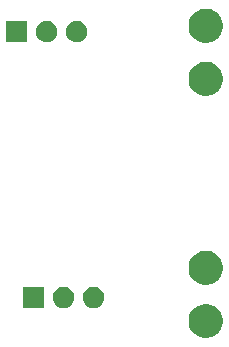
<source format=gbr>
G04 #@! TF.GenerationSoftware,KiCad,Pcbnew,(5.1.5-0-10_14)*
G04 #@! TF.CreationDate,2021-06-02T09:33:46-04:00*
G04 #@! TF.ProjectId,ESLO_RB2_Programmer,45534c4f-5f52-4423-925f-50726f677261,rev?*
G04 #@! TF.SameCoordinates,Original*
G04 #@! TF.FileFunction,Soldermask,Bot*
G04 #@! TF.FilePolarity,Negative*
%FSLAX46Y46*%
G04 Gerber Fmt 4.6, Leading zero omitted, Abs format (unit mm)*
G04 Created by KiCad (PCBNEW (5.1.5-0-10_14)) date 2021-06-02 09:33:46*
%MOMM*%
%LPD*%
G04 APERTURE LIST*
%ADD10C,0.100000*%
G04 APERTURE END LIST*
D10*
G36*
X147423241Y-98104760D02*
G01*
X147687305Y-98214139D01*
X147924958Y-98372934D01*
X148127066Y-98575042D01*
X148285861Y-98812695D01*
X148395240Y-99076759D01*
X148451000Y-99357088D01*
X148451000Y-99642912D01*
X148395240Y-99923241D01*
X148285861Y-100187305D01*
X148127066Y-100424958D01*
X147924958Y-100627066D01*
X147687305Y-100785861D01*
X147423241Y-100895240D01*
X147142912Y-100951000D01*
X146857088Y-100951000D01*
X146576759Y-100895240D01*
X146312695Y-100785861D01*
X146075042Y-100627066D01*
X145872934Y-100424958D01*
X145714139Y-100187305D01*
X145604760Y-99923241D01*
X145549000Y-99642912D01*
X145549000Y-99357088D01*
X145604760Y-99076759D01*
X145714139Y-98812695D01*
X145872934Y-98575042D01*
X146075042Y-98372934D01*
X146312695Y-98214139D01*
X146576759Y-98104760D01*
X146857088Y-98049000D01*
X147142912Y-98049000D01*
X147423241Y-98104760D01*
G37*
G36*
X137613512Y-96603927D02*
G01*
X137762812Y-96633624D01*
X137926784Y-96701544D01*
X138074354Y-96800147D01*
X138199853Y-96925646D01*
X138298456Y-97073216D01*
X138366376Y-97237188D01*
X138401000Y-97411259D01*
X138401000Y-97588741D01*
X138366376Y-97762812D01*
X138298456Y-97926784D01*
X138199853Y-98074354D01*
X138074354Y-98199853D01*
X137926784Y-98298456D01*
X137762812Y-98366376D01*
X137613512Y-98396073D01*
X137588742Y-98401000D01*
X137411258Y-98401000D01*
X137386488Y-98396073D01*
X137237188Y-98366376D01*
X137073216Y-98298456D01*
X136925646Y-98199853D01*
X136800147Y-98074354D01*
X136701544Y-97926784D01*
X136633624Y-97762812D01*
X136599000Y-97588741D01*
X136599000Y-97411259D01*
X136633624Y-97237188D01*
X136701544Y-97073216D01*
X136800147Y-96925646D01*
X136925646Y-96800147D01*
X137073216Y-96701544D01*
X137237188Y-96633624D01*
X137386488Y-96603927D01*
X137411258Y-96599000D01*
X137588742Y-96599000D01*
X137613512Y-96603927D01*
G37*
G36*
X135073512Y-96603927D02*
G01*
X135222812Y-96633624D01*
X135386784Y-96701544D01*
X135534354Y-96800147D01*
X135659853Y-96925646D01*
X135758456Y-97073216D01*
X135826376Y-97237188D01*
X135861000Y-97411259D01*
X135861000Y-97588741D01*
X135826376Y-97762812D01*
X135758456Y-97926784D01*
X135659853Y-98074354D01*
X135534354Y-98199853D01*
X135386784Y-98298456D01*
X135222812Y-98366376D01*
X135073512Y-98396073D01*
X135048742Y-98401000D01*
X134871258Y-98401000D01*
X134846488Y-98396073D01*
X134697188Y-98366376D01*
X134533216Y-98298456D01*
X134385646Y-98199853D01*
X134260147Y-98074354D01*
X134161544Y-97926784D01*
X134093624Y-97762812D01*
X134059000Y-97588741D01*
X134059000Y-97411259D01*
X134093624Y-97237188D01*
X134161544Y-97073216D01*
X134260147Y-96925646D01*
X134385646Y-96800147D01*
X134533216Y-96701544D01*
X134697188Y-96633624D01*
X134846488Y-96603927D01*
X134871258Y-96599000D01*
X135048742Y-96599000D01*
X135073512Y-96603927D01*
G37*
G36*
X133321000Y-98401000D02*
G01*
X131519000Y-98401000D01*
X131519000Y-96599000D01*
X133321000Y-96599000D01*
X133321000Y-98401000D01*
G37*
G36*
X147423241Y-93604760D02*
G01*
X147687305Y-93714139D01*
X147924958Y-93872934D01*
X148127066Y-94075042D01*
X148285861Y-94312695D01*
X148395240Y-94576759D01*
X148451000Y-94857088D01*
X148451000Y-95142912D01*
X148395240Y-95423241D01*
X148285861Y-95687305D01*
X148127066Y-95924958D01*
X147924958Y-96127066D01*
X147687305Y-96285861D01*
X147423241Y-96395240D01*
X147142912Y-96451000D01*
X146857088Y-96451000D01*
X146576759Y-96395240D01*
X146312695Y-96285861D01*
X146075042Y-96127066D01*
X145872934Y-95924958D01*
X145714139Y-95687305D01*
X145604760Y-95423241D01*
X145549000Y-95142912D01*
X145549000Y-94857088D01*
X145604760Y-94576759D01*
X145714139Y-94312695D01*
X145872934Y-94075042D01*
X146075042Y-93872934D01*
X146312695Y-93714139D01*
X146576759Y-93604760D01*
X146857088Y-93549000D01*
X147142912Y-93549000D01*
X147423241Y-93604760D01*
G37*
G36*
X147423241Y-77604760D02*
G01*
X147687305Y-77714139D01*
X147924958Y-77872934D01*
X148127066Y-78075042D01*
X148285861Y-78312695D01*
X148395240Y-78576759D01*
X148451000Y-78857088D01*
X148451000Y-79142912D01*
X148395240Y-79423241D01*
X148285861Y-79687305D01*
X148127066Y-79924958D01*
X147924958Y-80127066D01*
X147687305Y-80285861D01*
X147423241Y-80395240D01*
X147142912Y-80451000D01*
X146857088Y-80451000D01*
X146576759Y-80395240D01*
X146312695Y-80285861D01*
X146075042Y-80127066D01*
X145872934Y-79924958D01*
X145714139Y-79687305D01*
X145604760Y-79423241D01*
X145549000Y-79142912D01*
X145549000Y-78857088D01*
X145604760Y-78576759D01*
X145714139Y-78312695D01*
X145872934Y-78075042D01*
X146075042Y-77872934D01*
X146312695Y-77714139D01*
X146576759Y-77604760D01*
X146857088Y-77549000D01*
X147142912Y-77549000D01*
X147423241Y-77604760D01*
G37*
G36*
X147423241Y-73104760D02*
G01*
X147687305Y-73214139D01*
X147924958Y-73372934D01*
X148127066Y-73575042D01*
X148285861Y-73812695D01*
X148395240Y-74076759D01*
X148451000Y-74357088D01*
X148451000Y-74642912D01*
X148395240Y-74923241D01*
X148285861Y-75187305D01*
X148127066Y-75424958D01*
X147924958Y-75627066D01*
X147687305Y-75785861D01*
X147423241Y-75895240D01*
X147142912Y-75951000D01*
X146857088Y-75951000D01*
X146576759Y-75895240D01*
X146312695Y-75785861D01*
X146075042Y-75627066D01*
X145872934Y-75424958D01*
X145714139Y-75187305D01*
X145604760Y-74923241D01*
X145549000Y-74642912D01*
X145549000Y-74357088D01*
X145604760Y-74076759D01*
X145714139Y-73812695D01*
X145872934Y-73575042D01*
X146075042Y-73372934D01*
X146312695Y-73214139D01*
X146576759Y-73104760D01*
X146857088Y-73049000D01*
X147142912Y-73049000D01*
X147423241Y-73104760D01*
G37*
G36*
X136193512Y-74103927D02*
G01*
X136342812Y-74133624D01*
X136506784Y-74201544D01*
X136654354Y-74300147D01*
X136779853Y-74425646D01*
X136878456Y-74573216D01*
X136946376Y-74737188D01*
X136981000Y-74911259D01*
X136981000Y-75088741D01*
X136946376Y-75262812D01*
X136878456Y-75426784D01*
X136779853Y-75574354D01*
X136654354Y-75699853D01*
X136506784Y-75798456D01*
X136342812Y-75866376D01*
X136197704Y-75895239D01*
X136168742Y-75901000D01*
X135991258Y-75901000D01*
X135962296Y-75895239D01*
X135817188Y-75866376D01*
X135653216Y-75798456D01*
X135505646Y-75699853D01*
X135380147Y-75574354D01*
X135281544Y-75426784D01*
X135213624Y-75262812D01*
X135179000Y-75088741D01*
X135179000Y-74911259D01*
X135213624Y-74737188D01*
X135281544Y-74573216D01*
X135380147Y-74425646D01*
X135505646Y-74300147D01*
X135653216Y-74201544D01*
X135817188Y-74133624D01*
X135966488Y-74103927D01*
X135991258Y-74099000D01*
X136168742Y-74099000D01*
X136193512Y-74103927D01*
G37*
G36*
X133653512Y-74103927D02*
G01*
X133802812Y-74133624D01*
X133966784Y-74201544D01*
X134114354Y-74300147D01*
X134239853Y-74425646D01*
X134338456Y-74573216D01*
X134406376Y-74737188D01*
X134441000Y-74911259D01*
X134441000Y-75088741D01*
X134406376Y-75262812D01*
X134338456Y-75426784D01*
X134239853Y-75574354D01*
X134114354Y-75699853D01*
X133966784Y-75798456D01*
X133802812Y-75866376D01*
X133657704Y-75895239D01*
X133628742Y-75901000D01*
X133451258Y-75901000D01*
X133422296Y-75895239D01*
X133277188Y-75866376D01*
X133113216Y-75798456D01*
X132965646Y-75699853D01*
X132840147Y-75574354D01*
X132741544Y-75426784D01*
X132673624Y-75262812D01*
X132639000Y-75088741D01*
X132639000Y-74911259D01*
X132673624Y-74737188D01*
X132741544Y-74573216D01*
X132840147Y-74425646D01*
X132965646Y-74300147D01*
X133113216Y-74201544D01*
X133277188Y-74133624D01*
X133426488Y-74103927D01*
X133451258Y-74099000D01*
X133628742Y-74099000D01*
X133653512Y-74103927D01*
G37*
G36*
X131901000Y-75901000D02*
G01*
X130099000Y-75901000D01*
X130099000Y-74099000D01*
X131901000Y-74099000D01*
X131901000Y-75901000D01*
G37*
M02*

</source>
